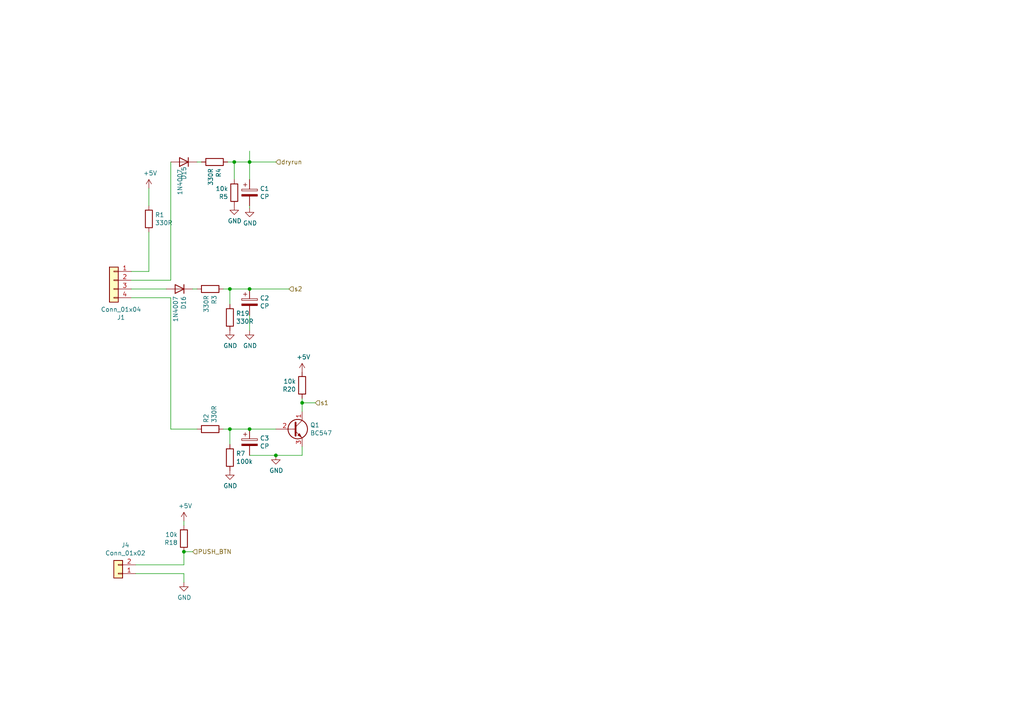
<source format=kicad_sch>
(kicad_sch (version 20211123) (generator eeschema)
  (paper "A4")
  (lib_symbols
    (symbol "Connector_Generic:Conn_01x02" (pin_names (offset 1.016) hide)
      (property "Reference" "J" (at 0 2.54 0))
      (property "Value" "Conn_01x02" (at 0 -5.08 0))
      (symbol "Conn_01x02_1_1"
        (rectangle (start -1.27 -2.413) (end 0 -2.667) (stroke (width 0.1524)))
        (rectangle (start -1.27 0.127) (end 0 -0.127) (stroke (width 0.1524)))
        (rectangle (start -1.27 1.27) (end 1.27 -3.81) (stroke (width 0.254)) (fill (type background)))
        (pin passive line (at -5.08 0 0) (length 3.81) (name "Pin_1") (number "1"))
        (pin passive line (at -5.08 -2.54 0) (length 3.81) (name "Pin_2") (number "2"))
      )
    )
    (symbol "Connector_Generic:Conn_01x04" (pin_names (offset 1.016) hide)
      (property "Reference" "J" (at 0 5.08 0))
      (property "Value" "Conn_01x04" (at 0 -7.62 0))
      (symbol "Conn_01x04_1_1"
        (rectangle (start -1.27 -4.953) (end 0 -5.207) (stroke (width 0.1524)))
        (rectangle (start -1.27 -2.413) (end 0 -2.667) (stroke (width 0.1524)))
        (rectangle (start -1.27 0.127) (end 0 -0.127) (stroke (width 0.1524)))
        (rectangle (start -1.27 2.667) (end 0 2.413) (stroke (width 0.1524)))
        (rectangle (start -1.27 3.81) (end 1.27 -6.35) (stroke (width 0.254)) (fill (type background)))
        (pin passive line (at -5.08 2.54 0) (length 3.81) (name "Pin_1") (number "1"))
        (pin passive line (at -5.08 0 0) (length 3.81) (name "Pin_2") (number "2"))
        (pin passive line (at -5.08 -2.54 0) (length 3.81) (name "Pin_3") (number "3"))
        (pin passive line (at -5.08 -5.08 0) (length 3.81) (name "Pin_4") (number "4"))
      )
    )
    (symbol "Device:R" (pin_numbers hide) (pin_names (offset 0))
      (property "Reference" "R" (at 2.032 0 90))
      (property "Value" "R" (at 0 0 90))
      (symbol "R_0_1"
        (rectangle (start -1.016 -2.54) (end 1.016 2.54) (stroke (width 0.254)))
      )
      (symbol "R_1_1"
        (pin passive line (at 0 3.81 270) (length 1.27) (name "~") (number "1"))
        (pin passive line (at 0 -3.81 90) (length 1.27) (name "~") (number "2"))
      )
    )
    (symbol "Diode:1N4007" (pin_numbers hide) (pin_names (offset 1.016) hide)
      (property "Reference" "D" (at 0 2.54 0))
      (property "Value" "1N4007" (at 0 -2.54 0))
      (symbol "1N4007_0_1"
        (polyline (pts (xy -1.27 1.27) (xy -1.27 -1.27)) (stroke (width 0.254)))
        (polyline (pts (xy 1.27 0) (xy -1.27 0)))
        (polyline (pts (xy 1.27 1.27) (xy 1.27 -1.27) (xy -1.27 0) (xy 1.27 1.27)) (stroke (width 0.254)))
      )
      (symbol "1N4007_1_1"
        (pin passive line (at -3.81 0 0) (length 2.54) (name "K") (number "1"))
        (pin passive line (at 3.81 0 180) (length 2.54) (name "A") (number "2"))
      )
    )
    (symbol "Oflow_pcb-rescue:CP-Device" (pin_numbers hide) (pin_names (offset 0.254))
      (property "Reference" "C" (at 0.635 2.54 0))
      (property "Value" "CP-Device" (at 0.635 -2.54 0))
      (symbol "CP-Device_0_1"
        (rectangle (start -2.286 0.508) (end 2.286 1.016))
        (polyline (pts (xy -1.778 2.286) (xy -0.762 2.286)))
        (polyline (pts (xy -1.27 2.794) (xy -1.27 1.778)))
        (rectangle (start 2.286 -0.508) (end -2.286 -1.016) (fill (type outline)))
      )
      (symbol "CP-Device_1_1"
        (pin passive line (at 0 3.81 270) (length 2.794) (name "~") (number "1"))
        (pin passive line (at 0 -3.81 90) (length 2.794) (name "~") (number "2"))
      )
    )
    (symbol "Transistor_BJT:BC547" (pin_names (offset 0) hide)
      (property "Reference" "Q" (at 5.08 1.905 0))
      (property "Value" "BC547" (at 5.08 0 0))
      (symbol "BC547_0_1"
        (polyline (pts (xy 0 0) (xy 0.635 0)))
        (polyline (pts (xy 0.635 0.635) (xy 2.54 2.54)))
        (polyline (pts (xy 0.635 -0.635) (xy 2.54 -2.54) (xy 2.54 -2.54)))
        (polyline (pts (xy 0.635 1.905) (xy 0.635 -1.905) (xy 0.635 -1.905)) (stroke (width 0.508)))
        (polyline (pts (xy 1.27 -1.778) (xy 1.778 -1.27) (xy 2.286 -2.286) (xy 1.27 -1.778) (xy 1.27 -1.778)) (fill (type outline)))
        (circle (center 1.27 0) (radius 2.8194) (stroke (width 0.254)))
      )
      (symbol "BC547_1_1"
        (pin passive line (at 2.54 5.08 270) (length 2.54) (name "C") (number "1"))
        (pin input line (at -5.08 0 0) (length 5.08) (name "B") (number "2"))
        (pin passive line (at 2.54 -5.08 90) (length 2.54) (name "E") (number "3"))
      )
    )
    (symbol "power:+5V" (power) (pin_names (offset 0))
      (property "Value" "+5V" (at 0 3.556 0))
      (symbol "+5V_0_1"
        (polyline (pts (xy -0.762 1.27) (xy 0 2.54)))
        (polyline (pts (xy 0 0) (xy 0 2.54)))
        (polyline (pts (xy 0 2.54) (xy 0.762 1.27)))
      )
      (symbol "+5V_1_1"
        (pin power_in line (at 0 0 90) (length 0) hide (name "+5V") (number "1"))
      )
    )
    (symbol "power:GND" (power) (pin_names (offset 0))
      (property "Value" "GND" (at 0 -3.81 0))
      (symbol "GND_0_1"
        (polyline (pts (xy 0 0) (xy 0 -1.27) (xy 1.27 -1.27) (xy 0 -2.54) (xy -1.27 -1.27) (xy 0 -1.27)))
      )
      (symbol "GND_1_1"
        (pin power_in line (at 0 0 270) (length 0) hide (name "GND") (number "1"))
      )
    )
  )
  (junction (at 66.675 124.46))
  (junction (at 66.675 83.82))
  (junction (at 72.39 46.99))
  (junction (at 53.34 160.02))
  (junction (at 72.39 83.82))
  (junction (at 72.39 124.46))
  (junction (at 87.63 116.84))
  (junction (at 80.01 132.08))
  (junction (at 67.945 46.99))
  (wire (pts (xy 49.53 124.46) (xy 49.53 86.36)))
  (wire (pts (xy 91.44 116.84) (xy 87.63 116.84)))
  (wire (pts (xy 72.39 124.46) (xy 80.01 124.46)))
  (wire (pts (xy 43.18 67.31) (xy 43.18 78.74)))
  (wire (pts (xy 66.04 46.99) (xy 67.945 46.99)))
  (wire (pts (xy 87.63 116.84) (xy 87.63 119.38)))
  (wire (pts (xy 72.39 46.99) (xy 72.39 52.07)))
  (wire (pts (xy 49.53 81.28) (xy 49.53 46.99)))
  (wire (pts (xy 39.37 166.37) (xy 53.34 166.37)))
  (wire (pts (xy 55.88 160.02) (xy 53.34 160.02)))
  (wire (pts (xy 72.39 83.82) (xy 83.82 83.82)))
  (wire (pts (xy 38.1 83.82) (xy 48.26 83.82)))
  (wire (pts (xy 72.39 132.08) (xy 80.01 132.08)))
  (wire (pts (xy 64.77 83.82) (xy 66.675 83.82)))
  (wire (pts (xy 64.77 124.46) (xy 66.675 124.46)))
  (wire (pts (xy 53.34 166.37) (xy 53.34 168.91)))
  (wire (pts (xy 43.18 54.61) (xy 43.18 59.69)))
  (wire (pts (xy 66.675 128.905) (xy 66.675 124.46)))
  (wire (pts (xy 72.39 59.69) (xy 72.39 60.325)))
  (wire (pts (xy 72.39 46.99) (xy 80.01 46.99)))
  (wire (pts (xy 72.39 95.885) (xy 72.39 91.44)))
  (wire (pts (xy 72.39 43.815) (xy 72.39 46.99)))
  (wire (pts (xy 80.01 132.08) (xy 87.63 132.08)))
  (wire (pts (xy 87.63 132.08) (xy 87.63 129.54)))
  (wire (pts (xy 53.34 152.4) (xy 53.34 151.13)))
  (wire (pts (xy 66.675 88.265) (xy 66.675 83.82)))
  (wire (pts (xy 55.88 83.82) (xy 57.15 83.82)))
  (wire (pts (xy 67.945 46.99) (xy 72.39 46.99)))
  (wire (pts (xy 39.37 163.83) (xy 53.34 163.83)))
  (wire (pts (xy 49.53 86.36) (xy 38.1 86.36)))
  (wire (pts (xy 53.34 160.02) (xy 53.34 163.83)))
  (wire (pts (xy 67.945 52.07) (xy 67.945 46.99)))
  (wire (pts (xy 87.63 115.57) (xy 87.63 116.84)))
  (wire (pts (xy 49.53 124.46) (xy 57.15 124.46)))
  (wire (pts (xy 58.42 46.99) (xy 57.15 46.99)))
  (wire (pts (xy 38.1 81.28) (xy 49.53 81.28)))
  (wire (pts (xy 66.675 124.46) (xy 72.39 124.46)))
  (wire (pts (xy 66.675 83.82) (xy 72.39 83.82)))
  (wire (pts (xy 43.18 78.74) (xy 38.1 78.74)))
  (hierarchical_label "s2" (shape input) (at 83.82 83.82 0))
  (hierarchical_label "dryrun" (shape input) (at 80.01 46.99 0))
  (hierarchical_label "s1" (shape input) (at 91.44 116.84 0))
  (hierarchical_label "PUSH_BTN" (shape input) (at 55.88 160.02 0))
  (symbol (lib_id "Device:R") (at 60.96 83.82 270) (unit 1)
    (property "Reference" "R3" (at 62.1284 85.598 0) (effects (justify left)))
    (property "Value" "330R" (at 59.817 85.598 0) (effects (justify left)))
    (property "Footprint" "Resistor_THT:R_Axial_DIN0207_L6.3mm_D2.5mm_P10.16mm_Horizontal" (effects hide))
  )
  (symbol (lib_id "Connector_Generic:Conn_01x02") (at 34.29 166.37 180) (unit 1)
    (property "Reference" "J4" (at 36.3728 158.115 0))
    (property "Value" "Conn_01x02" (at 36.3728 160.4264 0))
    (property "Footprint" "TerminalBlock:TerminalBlock_bornier-2_P5.08mm" (effects hide))
  )
  (symbol (lib_id "power:+5V") (at 53.34 151.13 0) (unit 1)
    (property "Reference" "#PWR0103" (effects hide))
    (property "Value" "+5V" (at 53.721 146.7358 0))
  )
  (symbol (lib_id "power:GND") (at 53.34 168.91 0) (unit 1)
    (property "Reference" "#PWR0104" (effects hide))
    (property "Value" "GND" (at 53.467 173.3042 0))
  )
  (symbol (lib_id "Oflow_pcb-rescue:CP-Device") (at 72.39 87.63 0) (unit 1)
    (property "Reference" "C2" (at 75.3872 86.4616 0) (effects (justify left)))
    (property "Value" "CP" (at 75.3872 88.773 0) (effects (justify left)))
    (property "Footprint" "Capacitor_THT:CP_Radial_D5.0mm_P2.50mm" (effects hide))
  )
  (symbol (lib_id "power:GND") (at 72.39 95.885 0) (unit 1)
    (property "Reference" "#PWR05" (effects hide))
    (property "Value" "GND" (at 72.517 100.2792 0))
  )
  (symbol (lib_id "Connector_Generic:Conn_01x04") (at 33.02 81.28 0) (mirror y) (unit 1)
    (property "Reference" "J1" (at 35.1028 92.075 0))
    (property "Value" "Conn_01x04" (at 35.1028 89.7636 0))
    (property "Footprint" "TerminalBlock:TerminalBlock_bornier-4_P5.08mm" (effects hide))
  )
  (symbol (lib_id "Device:R") (at 43.18 63.5 0) (unit 1)
    (property "Reference" "R1" (at 44.958 62.3316 0) (effects (justify left)))
    (property "Value" "330R" (at 44.958 64.643 0) (effects (justify left)))
    (property "Footprint" "Resistor_THT:R_Axial_DIN0207_L6.3mm_D2.5mm_P10.16mm_Horizontal" (effects hide))
  )
  (symbol (lib_id "power:+5V") (at 43.18 54.61 0) (unit 1)
    (property "Reference" "#PWR03" (effects hide))
    (property "Value" "+5V" (at 43.561 50.2158 0))
  )
  (symbol (lib_id "Device:R") (at 53.34 156.21 180) (unit 1)
    (property "Reference" "R18" (at 51.562 157.3784 0) (effects (justify left)))
    (property "Value" "10k" (at 51.562 155.067 0) (effects (justify left)))
    (property "Footprint" "Resistor_THT:R_Axial_DIN0207_L6.3mm_D2.5mm_P10.16mm_Horizontal" (effects hide))
  )
  (symbol (lib_id "Device:R") (at 60.96 124.46 90) (unit 1)
    (property "Reference" "R2" (at 59.7916 122.682 0) (effects (justify left)))
    (property "Value" "330R" (at 62.103 122.682 0) (effects (justify left)))
    (property "Footprint" "Resistor_THT:R_Axial_DIN0207_L6.3mm_D2.5mm_P10.16mm_Horizontal" (effects hide))
  )
  (symbol (lib_id "Device:R") (at 66.675 92.075 0) (unit 1)
    (property "Reference" "R19" (at 68.453 90.9066 0) (effects (justify left)))
    (property "Value" "330R" (at 68.453 93.218 0) (effects (justify left)))
    (property "Footprint" "Resistor_THT:R_Axial_DIN0207_L6.3mm_D2.5mm_P10.16mm_Horizontal" (effects hide))
  )
  (symbol (lib_id "Device:R") (at 67.945 55.88 180) (unit 1)
    (property "Reference" "R5" (at 66.167 57.0484 0) (effects (justify left)))
    (property "Value" "10k" (at 66.167 54.737 0) (effects (justify left)))
    (property "Footprint" "Resistor_THT:R_Axial_DIN0207_L6.3mm_D2.5mm_P10.16mm_Horizontal" (effects hide))
  )
  (symbol (lib_id "power:+5V") (at 87.63 107.95 0) (unit 1)
    (property "Reference" "#PWR0116" (effects hide))
    (property "Value" "+5V" (at 88.011 103.5558 0))
  )
  (symbol (lib_id "power:GND") (at 72.39 60.325 0) (unit 1)
    (property "Reference" "#PWR0113" (effects hide))
    (property "Value" "GND" (at 72.517 64.7192 0))
  )
  (symbol (lib_id "power:GND") (at 66.675 136.525 0) (unit 1)
    (property "Reference" "#PWR0112" (effects hide))
    (property "Value" "GND" (at 66.802 140.9192 0))
  )
  (symbol (lib_id "Transistor_BJT:BC547") (at 85.09 124.46 0) (unit 1)
    (property "Reference" "Q1" (at 89.9414 123.2916 0) (effects (justify left)))
    (property "Value" "BC547" (at 89.9414 125.603 0) (effects (justify left)))
    (property "Footprint" "Package_TO_SOT_THT:TO-92_Inline" (effects hide))
    (property "Datasheet" "https://www.onsemi.com/pub/Collateral/BC550-D.pdf" (effects hide))
  )
  (symbol (lib_id "Device:R") (at 66.675 132.715 0) (unit 1)
    (property "Reference" "R7" (at 68.453 131.5466 0) (effects (justify left)))
    (property "Value" "100k" (at 68.453 133.858 0) (effects (justify left)))
    (property "Footprint" "Resistor_THT:R_Axial_DIN0207_L6.3mm_D2.5mm_P10.16mm_Horizontal" (effects hide))
  )
  (symbol (lib_id "Device:R") (at 62.23 46.99 270) (unit 1)
    (property "Reference" "R4" (at 63.3984 48.768 0) (effects (justify left)))
    (property "Value" "330R" (at 61.087 48.768 0) (effects (justify left)))
    (property "Footprint" "Resistor_THT:R_Axial_DIN0207_L6.3mm_D2.5mm_P10.16mm_Horizontal" (effects hide))
  )
  (symbol (lib_id "Diode:1N4007") (at 53.34 46.99 180) (unit 1)
    (property "Reference" "D15" (at 53.34 48.26 90) (effects (justify left)))
    (property "Value" "1N4007" (at 52.197 49.022 90) (effects (justify left)))
    (property "Footprint" "Diode_THT:D_DO-41_SOD81_P10.16mm_Horizontal" (effects hide))
    (property "Datasheet" "http://www.vishay.com/docs/88503/1n4001.pdf" (effects hide))
  )
  (symbol (lib_id "Oflow_pcb-rescue:CP-Device") (at 72.39 128.27 0) (unit 1)
    (property "Reference" "C3" (at 75.3872 127.1016 0) (effects (justify left)))
    (property "Value" "CP" (at 75.3872 129.413 0) (effects (justify left)))
    (property "Footprint" "Capacitor_THT:CP_Radial_D5.0mm_P2.50mm" (effects hide))
  )
  (symbol (lib_id "power:GND") (at 67.945 59.69 0) (unit 1)
    (property "Reference" "#PWR0114" (effects hide))
    (property "Value" "GND" (at 68.072 64.0842 0))
  )
  (symbol (lib_id "Diode:1N4007") (at 52.07 83.82 180) (unit 1)
    (property "Reference" "D16" (at 53.2384 85.852 90) (effects (justify left)))
    (property "Value" "1N4007" (at 50.927 85.852 90) (effects (justify left)))
    (property "Footprint" "Diode_THT:D_DO-41_SOD81_P10.16mm_Horizontal" (effects hide))
    (property "Datasheet" "http://www.vishay.com/docs/88503/1n4001.pdf" (effects hide))
  )
  (symbol (lib_id "Oflow_pcb-rescue:CP-Device") (at 72.39 55.88 0) (unit 1)
    (property "Reference" "C1" (at 75.3872 54.7116 0) (effects (justify left)))
    (property "Value" "CP" (at 75.3872 57.023 0) (effects (justify left)))
    (property "Footprint" "Capacitor_THT:CP_Radial_D5.0mm_P2.50mm" (effects hide))
  )
  (symbol (lib_id "power:GND") (at 80.01 132.08 0) (unit 1)
    (property "Reference" "#PWR0115" (effects hide))
    (property "Value" "GND" (at 80.137 136.4742 0))
  )
  (symbol (lib_id "power:GND") (at 66.675 95.885 0) (unit 1)
    (property "Reference" "#PWR0111" (effects hide))
    (property "Value" "GND" (at 66.802 100.2792 0))
  )
  (symbol (lib_id "Device:R") (at 87.63 111.76 180) (unit 1)
    (property "Reference" "R20" (at 85.852 112.9284 0) (effects (justify left)))
    (property "Value" "10k" (at 85.852 110.617 0) (effects (justify left)))
    (property "Footprint" "Resistor_THT:R_Axial_DIN0207_L6.3mm_D2.5mm_P10.16mm_Horizontal" (effects hide))
  )
)
</source>
